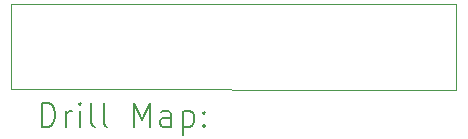
<source format=gbr>
%TF.GenerationSoftware,KiCad,Pcbnew,8.0.4*%
%TF.CreationDate,2024-09-11T12:06:31+03:00*%
%TF.ProjectId,LPF_434MHz,4c50465f-3433-4344-9d48-7a2e6b696361,rev?*%
%TF.SameCoordinates,Original*%
%TF.FileFunction,Drillmap*%
%TF.FilePolarity,Positive*%
%FSLAX45Y45*%
G04 Gerber Fmt 4.5, Leading zero omitted, Abs format (unit mm)*
G04 Created by KiCad (PCBNEW 8.0.4) date 2024-09-11 12:06:31*
%MOMM*%
%LPD*%
G01*
G04 APERTURE LIST*
%ADD10C,0.050000*%
%ADD11C,0.200000*%
G04 APERTURE END LIST*
D10*
X11310480Y-9648380D02*
X11310480Y-10374820D01*
X11310480Y-10374820D02*
X15077780Y-10375900D01*
X11310480Y-9648380D02*
X15077780Y-9649460D01*
X15077780Y-9649460D02*
X15077780Y-10375900D01*
D11*
X11568757Y-10689884D02*
X11568757Y-10489884D01*
X11568757Y-10489884D02*
X11616376Y-10489884D01*
X11616376Y-10489884D02*
X11644947Y-10499408D01*
X11644947Y-10499408D02*
X11663995Y-10518455D01*
X11663995Y-10518455D02*
X11673519Y-10537503D01*
X11673519Y-10537503D02*
X11683042Y-10575598D01*
X11683042Y-10575598D02*
X11683042Y-10604170D01*
X11683042Y-10604170D02*
X11673519Y-10642265D01*
X11673519Y-10642265D02*
X11663995Y-10661312D01*
X11663995Y-10661312D02*
X11644947Y-10680360D01*
X11644947Y-10680360D02*
X11616376Y-10689884D01*
X11616376Y-10689884D02*
X11568757Y-10689884D01*
X11768757Y-10689884D02*
X11768757Y-10556550D01*
X11768757Y-10594646D02*
X11778281Y-10575598D01*
X11778281Y-10575598D02*
X11787804Y-10566074D01*
X11787804Y-10566074D02*
X11806852Y-10556550D01*
X11806852Y-10556550D02*
X11825900Y-10556550D01*
X11892566Y-10689884D02*
X11892566Y-10556550D01*
X11892566Y-10489884D02*
X11883042Y-10499408D01*
X11883042Y-10499408D02*
X11892566Y-10508931D01*
X11892566Y-10508931D02*
X11902090Y-10499408D01*
X11902090Y-10499408D02*
X11892566Y-10489884D01*
X11892566Y-10489884D02*
X11892566Y-10508931D01*
X12016376Y-10689884D02*
X11997328Y-10680360D01*
X11997328Y-10680360D02*
X11987804Y-10661312D01*
X11987804Y-10661312D02*
X11987804Y-10489884D01*
X12121138Y-10689884D02*
X12102090Y-10680360D01*
X12102090Y-10680360D02*
X12092566Y-10661312D01*
X12092566Y-10661312D02*
X12092566Y-10489884D01*
X12349709Y-10689884D02*
X12349709Y-10489884D01*
X12349709Y-10489884D02*
X12416376Y-10632741D01*
X12416376Y-10632741D02*
X12483042Y-10489884D01*
X12483042Y-10489884D02*
X12483042Y-10689884D01*
X12663995Y-10689884D02*
X12663995Y-10585122D01*
X12663995Y-10585122D02*
X12654471Y-10566074D01*
X12654471Y-10566074D02*
X12635423Y-10556550D01*
X12635423Y-10556550D02*
X12597328Y-10556550D01*
X12597328Y-10556550D02*
X12578281Y-10566074D01*
X12663995Y-10680360D02*
X12644947Y-10689884D01*
X12644947Y-10689884D02*
X12597328Y-10689884D01*
X12597328Y-10689884D02*
X12578281Y-10680360D01*
X12578281Y-10680360D02*
X12568757Y-10661312D01*
X12568757Y-10661312D02*
X12568757Y-10642265D01*
X12568757Y-10642265D02*
X12578281Y-10623217D01*
X12578281Y-10623217D02*
X12597328Y-10613693D01*
X12597328Y-10613693D02*
X12644947Y-10613693D01*
X12644947Y-10613693D02*
X12663995Y-10604170D01*
X12759233Y-10556550D02*
X12759233Y-10756550D01*
X12759233Y-10566074D02*
X12778281Y-10556550D01*
X12778281Y-10556550D02*
X12816376Y-10556550D01*
X12816376Y-10556550D02*
X12835423Y-10566074D01*
X12835423Y-10566074D02*
X12844947Y-10575598D01*
X12844947Y-10575598D02*
X12854471Y-10594646D01*
X12854471Y-10594646D02*
X12854471Y-10651789D01*
X12854471Y-10651789D02*
X12844947Y-10670836D01*
X12844947Y-10670836D02*
X12835423Y-10680360D01*
X12835423Y-10680360D02*
X12816376Y-10689884D01*
X12816376Y-10689884D02*
X12778281Y-10689884D01*
X12778281Y-10689884D02*
X12759233Y-10680360D01*
X12940185Y-10670836D02*
X12949709Y-10680360D01*
X12949709Y-10680360D02*
X12940185Y-10689884D01*
X12940185Y-10689884D02*
X12930662Y-10680360D01*
X12930662Y-10680360D02*
X12940185Y-10670836D01*
X12940185Y-10670836D02*
X12940185Y-10689884D01*
X12940185Y-10566074D02*
X12949709Y-10575598D01*
X12949709Y-10575598D02*
X12940185Y-10585122D01*
X12940185Y-10585122D02*
X12930662Y-10575598D01*
X12930662Y-10575598D02*
X12940185Y-10566074D01*
X12940185Y-10566074D02*
X12940185Y-10585122D01*
M02*

</source>
